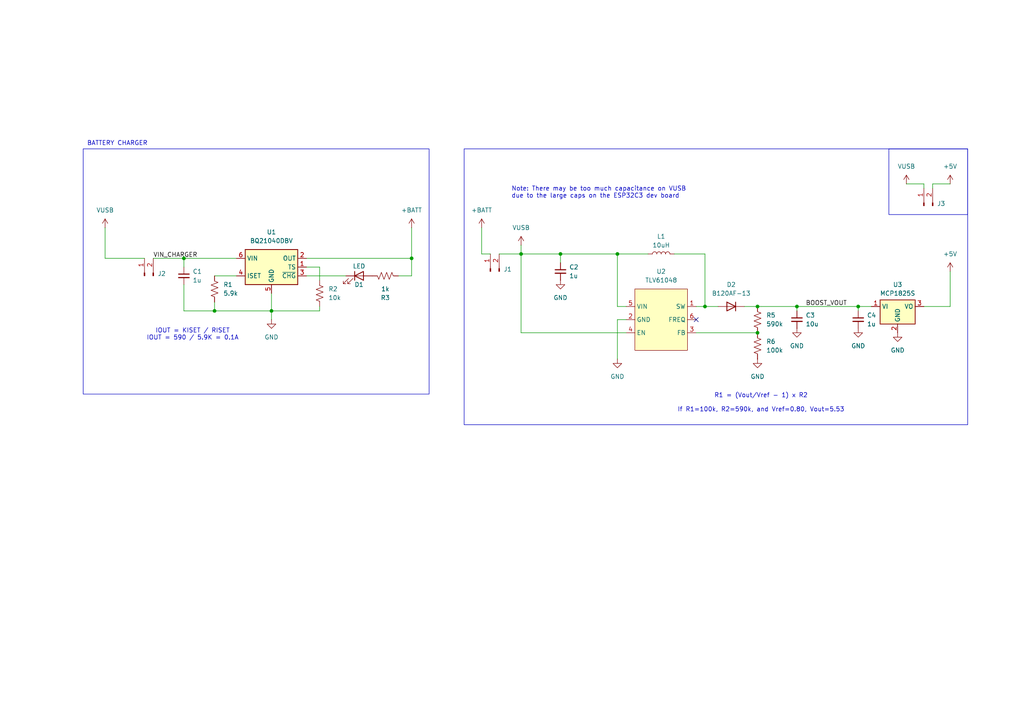
<source format=kicad_sch>
(kicad_sch (version 20250114) (generator "eeschema") (generator_version "9.0")
  (paper "A4")
  (lib_symbols
    (symbol "Battery_Management:BQ21040DBV"
      (property "Reference" "U" (at -7.62 6.35 0))
      (property "Value" "BQ21040DBV" (at 1.27 6.35 0))
      (symbol "BQ21040DBV_0_1"
        (rectangle (start -7.62 5.08) (end 7.62 -5.08) (stroke (width 0.254)) (fill (type background)))
      )
      (symbol "BQ21040DBV_1_1"
        (pin power_in line (at -10.16 2.54 0) (length 2.54) (name "VIN") (number "6"))
        (pin input line (at -10.16 -2.54 0) (length 2.54) (name "ISET") (number "4"))
        (pin power_in line (at 0 -7.62 90) (length 2.54) (name "GND") (number "5"))
        (pin power_out line (at 10.16 2.54 180) (length 2.54) (name "OUT") (number "2"))
        (pin input line (at 10.16 0 180) (length 2.54) (name "TS") (number "1"))
        (pin open_collector line (at 10.16 -2.54 180) (length 2.54) (name "~{CHG}") (number "3"))
      )
    )
    (symbol "Connector:Conn_01x02_Pin" (pin_names (offset 1.016) (hide yes))
      (property "Reference" "J" (at 0 2.54 0))
      (property "Value" "Conn_01x02_Pin" (at 0 -5.08 0))
      (symbol "Conn_01x02_Pin_1_1"
        (rectangle (start 0.8636 0.127) (end 0 -0.127) (stroke (width 0.1524)) (fill (type outline)))
        (rectangle (start 0.8636 -2.413) (end 0 -2.667) (stroke (width 0.1524)) (fill (type outline)))
        (polyline (pts (xy 1.27 0) (xy 0.8636 0)) (stroke (width 0.1524)))
        (polyline (pts (xy 1.27 -2.54) (xy 0.8636 -2.54)) (stroke (width 0.1524)))
        (pin passive line (at 5.08 0 180) (length 3.81) (name "Pin_1") (number "1"))
        (pin passive line (at 5.08 -2.54 180) (length 3.81) (name "Pin_2") (number "2"))
      )
    )
    (symbol "Device:C_Small" (pin_numbers (hide yes)) (pin_names (offset 0.254) (hide yes))
      (property "Reference" "C" (at 0.254 1.778 0))
      (property "Value" "C_Small" (at 0.254 -2.032 0))
      (symbol "C_Small_0_1"
        (polyline (pts (xy -1.524 0.508) (xy 1.524 0.508)) (stroke (width 0.3048)))
        (polyline (pts (xy -1.524 -0.508) (xy 1.524 -0.508)) (stroke (width 0.3302)))
      )
      (symbol "C_Small_1_1"
        (pin passive line (at 0 2.54 270) (length 2.032) (name "~") (number "1"))
        (pin passive line (at 0 -2.54 90) (length 2.032) (name "~") (number "2"))
      )
    )
    (symbol "Device:D" (pin_numbers (hide yes)) (pin_names (offset 1.016) (hide yes))
      (property "Reference" "D" (at 0 2.54 0))
      (property "Value" "D" (at 0 -2.54 0))
      (symbol "D_0_1"
        (polyline (pts (xy -1.27 1.27) (xy -1.27 -1.27)) (stroke (width 0.254)))
        (polyline (pts (xy 1.27 1.27) (xy 1.27 -1.27) (xy -1.27 0) (xy 1.27 1.27)) (stroke (width 0.254)))
        (polyline (pts (xy 1.27 0) (xy -1.27 0)))
      )
      (symbol "D_1_1"
        (pin passive line (at -3.81 0 0) (length 2.54) (name "K") (number "1"))
        (pin passive line (at 3.81 0 180) (length 2.54) (name "A") (number "2"))
      )
    )
    (symbol "Device:L" (pin_numbers (hide yes)) (pin_names (offset 1.016) (hide yes))
      (property "Reference" "L" (at -1.27 0 90))
      (property "Value" "L" (at 1.905 0 90))
      (symbol "L_0_1"
        (arc (start 0 2.54) (mid 0.6323 1.905) (end 0 1.27))
        (arc (start 0 1.27) (mid 0.6323 0.635) (end 0 0))
        (arc (start 0 0) (mid 0.6323 -0.635) (end 0 -1.27))
        (arc (start 0 -1.27) (mid 0.6323 -1.905) (end 0 -2.54))
      )
      (symbol "L_1_1"
        (pin passive line (at 0 3.81 270) (length 1.27) (name "1") (number "1"))
        (pin passive line (at 0 -3.81 90) (length 1.27) (name "2") (number "2"))
      )
    )
    (symbol "Device:LED" (pin_numbers (hide yes)) (pin_names (offset 1.016) (hide yes))
      (property "Reference" "D" (at 0 2.54 0))
      (property "Value" "LED" (at 0 -2.54 0))
      (symbol "LED_0_1"
        (polyline (pts (xy -3.048 -0.762) (xy -4.572 -2.286) (xy -3.81 -2.286) (xy -4.572 -2.286) (xy -4.572 -1.524)))
        (polyline (pts (xy -1.778 -0.762) (xy -3.302 -2.286) (xy -2.54 -2.286) (xy -3.302 -2.286) (xy -3.302 -1.524)))
        (polyline (pts (xy -1.27 0) (xy 1.27 0)))
        (polyline (pts (xy -1.27 -1.27) (xy -1.27 1.27)) (stroke (width 0.254)))
        (polyline (pts (xy 1.27 -1.27) (xy 1.27 1.27) (xy -1.27 0) (xy 1.27 -1.27)) (stroke (width 0.254)))
      )
      (symbol "LED_1_1"
        (pin passive line (at -3.81 0 0) (length 2.54) (name "K") (number "1"))
        (pin passive line (at 3.81 0 180) (length 2.54) (name "A") (number "2"))
      )
    )
    (symbol "Device:R_US" (pin_numbers (hide yes)) (pin_names (offset 0))
      (property "Reference" "R" (at 2.54 0 90))
      (property "Value" "R_US" (at -2.54 0 90))
      (symbol "R_US_0_1"
        (polyline (pts (xy 0 2.286) (xy 0 2.54)))
        (polyline (pts (xy 0 2.286) (xy 1.016 1.905) (xy 0 1.524) (xy -1.016 1.143) (xy 0 0.762)))
        (polyline (pts (xy 0 0.762) (xy 1.016 0.381) (xy 0 0) (xy -1.016 -0.381) (xy 0 -0.762)))
        (polyline (pts (xy 0 -0.762) (xy 1.016 -1.143) (xy 0 -1.524) (xy -1.016 -1.905) (xy 0 -2.286)))
        (polyline (pts (xy 0 -2.286) (xy 0 -2.54)))
      )
      (symbol "R_US_1_1"
        (pin passive line (at 0 3.81 270) (length 1.27) (name "~") (number "1"))
        (pin passive line (at 0 -3.81 90) (length 1.27) (name "~") (number "2"))
      )
    )
    (symbol "Regulator_Linear:MCP1825S"
      (property "Reference" "U" (at -3.81 3.175 0))
      (property "Value" "MCP1825S" (at 0 3.175 0))
      (symbol "MCP1825S_0_1"
        (rectangle (start -5.08 1.905) (end 5.08 -5.08) (stroke (width 0.254)) (fill (type background)))
      )
      (symbol "MCP1825S_1_1"
        (pin power_in line (at -7.62 0 0) (length 2.54) (name "VI") (number "1"))
        (pin power_in line (at 0 -7.62 90) (length 2.54) (name "GND") (number "2"))
        (pin power_out line (at 7.62 0 180) (length 2.54) (name "VO") (number "3"))
      )
    )
    (symbol "SmartPaper:TLV61048"
      (property "Reference" "U" (at 0 0 0))
      (property "Value" "TLV61048" (at 0 0 0))
      (symbol "TLV61048_1_1"
        (rectangle (start -7.62 8.89) (end 7.62 -8.89) (fill (type background)))
        (pin power_in line (at -10.16 3.81 0) (length 2.54) (name "VIN") (number "5"))
        (pin power_in line (at -10.16 0 0) (length 2.54) (name "GND") (number "2"))
        (pin input line (at -10.16 -3.81 0) (length 2.54) (name "EN") (number "4"))
        (pin power_out line (at 10.16 3.81 180) (length 2.54) (name "SW") (number "1"))
        (pin input line (at 10.16 0 180) (length 2.54) (name "FREQ") (number "6"))
        (pin input line (at 10.16 -3.81 180) (length 2.54) (name "FB") (number "3"))
      )
    )
    (symbol "power:+5V" (power) (pin_numbers (hide yes)) (pin_names (offset 0) (hide yes))
      (property "Value" "+5V" (at 0 3.556 0))
      (symbol "+5V_0_1"
        (polyline (pts (xy -0.762 1.27) (xy 0 2.54)))
        (polyline (pts (xy 0 2.54) (xy 0.762 1.27)))
        (polyline (pts (xy 0 0) (xy 0 2.54)))
      )
      (symbol "+5V_1_1"
        (pin power_in line (at 0 0 90) (length 0) (name "~") (number "1"))
      )
    )
    (symbol "power:+BATT" (power) (pin_numbers (hide yes)) (pin_names (offset 0) (hide yes))
      (property "Value" "+BATT" (at 0 3.556 0))
      (symbol "+BATT_0_1"
        (polyline (pts (xy -0.762 1.27) (xy 0 2.54)))
        (polyline (pts (xy 0 2.54) (xy 0.762 1.27)))
        (polyline (pts (xy 0 0) (xy 0 2.54)))
      )
      (symbol "+BATT_1_1"
        (pin power_in line (at 0 0 90) (length 0) (name "~") (number "1"))
      )
    )
    (symbol "power:GND" (power) (pin_numbers (hide yes)) (pin_names (offset 0) (hide yes))
      (property "Value" "GND" (at 0 -3.81 0))
      (symbol "GND_0_1"
        (polyline (pts (xy 0 0) (xy 0 -1.27) (xy 1.27 -1.27) (xy 0 -2.54) (xy -1.27 -1.27) (xy 0 -1.27)))
      )
      (symbol "GND_1_1"
        (pin power_in line (at 0 0 270) (length 0) (name "~") (number "1"))
      )
    )
  )
  (rectangle (start 257.81 43.18) (end 280.67 62.23))
  (rectangle (start 134.62 43.18) (end 280.67 123.19))
  (rectangle (start 24.13 43.18) (end 124.46 114.3))
  (text "BATTERY CHARGER" (at 34.036 41.656 0) (effects (font (size 1.27 1.27))))
  (text "R1 = (Vout/Vref - 1) x R2\n\nIf R1=100k, R2=590k, and Vref=0.80, Vout=5.53" (at 220.726 116.84 0) (effects (font (size 1.27 1.27))))
  (text "Note: There may be too much capacitance on VUSB \ndue to the large caps on the ESP32C3 dev board" (at 148.336 55.88 0) (effects (font (size 1.27 1.27)) (justify left)))
  (text "IOUT = KISET / RISET\nIOUT = 590 / 5.9K = 0.1A\n" (at 55.88 97.028 0) (effects (font (size 1.27 1.27))))
  (junction (at 162.56 73.66))
  (junction (at 151.13 73.66))
  (junction (at 78.74 90.17))
  (junction (at 179.07 73.66))
  (junction (at 204.47 88.9))
  (junction (at 53.34 74.93))
  (junction (at 62.23 90.17))
  (junction (at 248.92 88.9))
  (junction (at 119.38 74.93))
  (junction (at 231.14 88.9))
  (junction (at 219.71 88.9))
  (junction (at 219.71 96.52))
  (no_connect (at 201.93 92.71))
  (wire (pts (xy 204.47 88.9) (xy 208.28 88.9)))
  (wire (pts (xy 119.38 80.01) (xy 119.38 74.93)))
  (wire (pts (xy 215.9 88.9) (xy 219.71 88.9)))
  (wire (pts (xy 139.7 73.66) (xy 139.7 66.04)))
  (wire (pts (xy 181.61 88.9) (xy 179.07 88.9)))
  (wire (pts (xy 92.71 88.9) (xy 92.71 90.17)))
  (wire (pts (xy 53.34 90.17) (xy 62.23 90.17)))
  (wire (pts (xy 179.07 92.71) (xy 179.07 104.14)))
  (wire (pts (xy 162.56 73.66) (xy 162.56 76.2)))
  (wire (pts (xy 88.9 80.01) (xy 100.33 80.01)))
  (wire (pts (xy 248.92 90.17) (xy 248.92 88.9)))
  (wire (pts (xy 44.45 74.93) (xy 53.34 74.93)))
  (wire (pts (xy 204.47 73.66) (xy 204.47 88.9)))
  (wire (pts (xy 151.13 71.12) (xy 151.13 73.66)))
  (wire (pts (xy 195.58 73.66) (xy 204.47 73.66)))
  (wire (pts (xy 92.71 77.47) (xy 92.71 81.28)))
  (wire (pts (xy 275.59 78.74) (xy 275.59 88.9)))
  (wire (pts (xy 41.91 74.93) (xy 30.48 74.93)))
  (wire (pts (xy 201.93 96.52) (xy 219.71 96.52)))
  (wire (pts (xy 219.71 88.9) (xy 231.14 88.9)))
  (wire (pts (xy 62.23 87.63) (xy 62.23 90.17)))
  (wire (pts (xy 275.59 53.34) (xy 270.51 53.34)))
  (wire (pts (xy 119.38 74.93) (xy 88.9 74.93)))
  (wire (pts (xy 162.56 73.66) (xy 179.07 73.66)))
  (wire (pts (xy 248.92 88.9) (xy 252.73 88.9)))
  (wire (pts (xy 201.93 88.9) (xy 204.47 88.9)))
  (wire (pts (xy 151.13 73.66) (xy 162.56 73.66)))
  (wire (pts (xy 262.89 53.34) (xy 267.97 53.34)))
  (wire (pts (xy 181.61 92.71) (xy 179.07 92.71)))
  (wire (pts (xy 78.74 85.09) (xy 78.74 90.17)))
  (wire (pts (xy 53.34 77.47) (xy 53.34 74.93)))
  (wire (pts (xy 142.24 73.66) (xy 139.7 73.66)))
  (wire (pts (xy 53.34 82.55) (xy 53.34 90.17)))
  (wire (pts (xy 115.57 80.01) (xy 119.38 80.01)))
  (wire (pts (xy 231.14 90.17) (xy 231.14 88.9)))
  (wire (pts (xy 231.14 88.9) (xy 248.92 88.9)))
  (wire (pts (xy 151.13 96.52) (xy 181.61 96.52)))
  (wire (pts (xy 30.48 66.04) (xy 30.48 74.93)))
  (wire (pts (xy 267.97 53.34) (xy 267.97 54.61)))
  (wire (pts (xy 62.23 80.01) (xy 68.58 80.01)))
  (wire (pts (xy 270.51 53.34) (xy 270.51 54.61)))
  (wire (pts (xy 92.71 77.47) (xy 88.9 77.47)))
  (wire (pts (xy 179.07 88.9) (xy 179.07 73.66)))
  (wire (pts (xy 119.38 66.04) (xy 119.38 74.93)))
  (wire (pts (xy 92.71 90.17) (xy 78.74 90.17)))
  (wire (pts (xy 62.23 90.17) (xy 78.74 90.17)))
  (wire (pts (xy 179.07 73.66) (xy 187.96 73.66)))
  (wire (pts (xy 144.78 73.66) (xy 151.13 73.66)))
  (wire (pts (xy 275.59 88.9) (xy 267.97 88.9)))
  (wire (pts (xy 151.13 73.66) (xy 151.13 96.52)))
  (wire (pts (xy 78.74 90.17) (xy 78.74 92.71)))
  (wire (pts (xy 53.34 74.93) (xy 68.58 74.93)))
  (label "VIN_CHARGER" (at 44.45 74.93 0))
  (label "BOOST_VOUT" (at 233.68 88.9 0))
  (symbol (lib_id "power:GND") (at 162.56 81.28 0) (unit 1)
    (property "Reference" "#PWR02" (effects (hide yes)))
    (property "Value" "GND" (at 162.56 86.36 0))
    (property "Description" "Power symbol creates a global label with name \"GND\" , ground" (effects (hide yes)))
  )
  (symbol (lib_id "SmartPaper:TLV61048") (at 191.77 92.71 0) (unit 1)
    (property "Reference" "U2" (at 191.77 78.74 0))
    (property "Value" "TLV61048" (at 191.77 81.28 0))
    (property "Footprint" "Package_TO_SOT_SMD:SOT-23-6_Handsoldering" (effects (hide yes)))
    (property "Datasheet" "https://www.ti.com/lit/ds/symlink/tlv61048.pdf?HQS=dis-dk-null-digikeymode-dsf-pf-null-wwe&ts=1743281673327&ref_url=https%253A%252F%252Fwww.ti.com%252Fgeneral%252Fdocs%252Fsuppproductinfo.tsp%253FdistId%253D10%2526gotoUrl%253Dhttps%253A%252F%252Fwww.ti.com%252Flit%252Fgpn%252Ftlv61048" (effects (hide yes)))
  )
  (symbol (lib_id "Device:C_Small") (at 231.14 92.71 0) (unit 1)
    (property "Reference" "C3" (at 233.68 91.4462 0) (effects (justify left)))
    (property "Value" "10u" (at 233.68 93.9862 0) (effects (justify left)))
    (property "Footprint" "Capacitor_SMD:C_0805_2012Metric_Pad1.18x1.45mm_HandSolder" (effects (hide yes)))
    (property "Description" "Unpolarized capacitor, small symbol" (effects (hide yes)))
  )
  (symbol (lib_id "power:+BATT") (at 139.7 66.04 0) (unit 1)
    (property "Reference" "#PWR012" (effects (hide yes)))
    (property "Value" "+BATT" (at 139.7 60.96 0))
    (property "Description" "Power symbol creates a global label with name \"+BATT\"" (effects (hide yes)))
  )
  (symbol (lib_id "Connector:Conn_01x02_Pin") (at 142.24 78.74 90) (unit 1)
    (property "Reference" "J1" (at 146.05 78.1049 90) (effects (justify right)))
    (property "Value" "Conn_01x02_Pin" (effects (hide yes)))
    (property "Footprint" "Connector_PinHeader_1.00mm:PinHeader_1x02_P1.00mm_Vertical" (effects (hide yes)))
    (property "Description" "Generic connector, single row, 01x02, script generated" (effects (hide yes)))
  )
  (symbol (lib_id "Device:D") (at 212.09 88.9 0) (mirror y) (unit 1)
    (property "Reference" "D2" (at 212.09 82.55 0))
    (property "Value" "B120AF-13" (at 212.09 85.09 0))
    (property "Footprint" "Diode_SMD:D_SMA_Handsoldering" (effects (hide yes)))
    (property "Datasheet" "https://www.diodes.com/assets/Datasheets/B120AF-B140AF.pdf" (effects (hide yes)))
    (property "Description" "Diode" (effects (hide yes)))
    (property "Sim.Device" "D" (effects (hide yes)))
    (property "Sim.Pins" "1=K 2=A" (effects (hide yes)))
  )
  (symbol (lib_id "Battery_Management:BQ21040DBV") (at 78.74 77.47 0) (unit 1)
    (property "Reference" "U1" (at 78.74 67.31 0))
    (property "Value" "BQ21040DBV" (at 78.74 69.85 0))
    (property "Footprint" "Package_TO_SOT_SMD:SOT-23-6" (effects (hide yes)))
    (property "Datasheet" "https://www.ti.com/lit/ds/symlink/bq21040.pdf" (effects (hide yes)))
    (property "Description" "Single cell, 0.8A Li-Ion/Li-Po linear charge management controller, up to 30V input, 4.2V charge voltage, Open-Drain Status Output, Temperature sense input, SOT-23-6" (effects (hide yes)))
  )
  (symbol (lib_id "Device:C_Small") (at 248.92 92.71 0) (unit 1)
    (property "Reference" "C4" (at 251.46 91.4462 0) (effects (justify left)))
    (property "Value" "1u" (at 251.46 93.9862 0) (effects (justify left)))
    (property "Footprint" "Capacitor_SMD:C_0805_2012Metric_Pad1.18x1.45mm_HandSolder" (effects (hide yes)))
    (property "Description" "Unpolarized capacitor, small symbol" (effects (hide yes)))
  )
  (symbol (lib_id "Connector:Conn_01x02_Pin") (at 41.91 80.01 90) (unit 1)
    (property "Reference" "J2" (at 45.72 79.3749 90) (effects (justify right)))
    (property "Value" "Conn_01x02_Pin" (effects (hide yes)))
    (property "Footprint" "Connector_PinHeader_1.00mm:PinHeader_1x02_P1.00mm_Vertical" (effects (hide yes)))
    (property "Description" "Generic connector, single row, 01x02, script generated" (effects (hide yes)))
  )
  (symbol (lib_id "power:+BATT") (at 30.48 66.04 0) (unit 1)
    (property "Reference" "#PWR011" (effects (hide yes)))
    (property "Value" "VUSB" (at 30.48 60.96 0))
  )
  (symbol (lib_id "power:GND") (at 260.35 96.52 0) (unit 1)
    (property "Reference" "#PWR09" (effects (hide yes)))
    (property "Value" "GND" (at 260.35 101.6 0))
    (property "Description" "Power symbol creates a global label with name \"GND\" , ground" (effects (hide yes)))
  )
  (symbol (lib_id "Device:L") (at 191.77 73.66 90) (unit 1)
    (property "Reference" "L1" (at 191.77 68.58 90))
    (property "Value" "10uH" (at 191.77 71.12 90))
    (property "Footprint" "SmartPaper:SDES064T-100MS" (effects (hide yes)))
    (property "Datasheet" "https://www.digikey.com/en/products/detail/delta-electronics-cyntec/SDES064T-100MS/9761233" (effects (hide yes)))
    (property "Description" "Inductor" (effects (hide yes)))
  )
  (symbol (lib_id "power:+BATT") (at 262.89 53.34 0) (unit 1)
    (property "Reference" "#PWR013" (effects (hide yes)))
    (property "Value" "VUSB" (at 262.89 48.26 0))
  )
  (symbol (lib_id "Device:C_Small") (at 162.56 78.74 0) (unit 1)
    (property "Reference" "C2" (at 165.1 77.4762 0) (effects (justify left)))
    (property "Value" "1u" (at 165.1 80.0162 0) (effects (justify left)))
    (property "Footprint" "Capacitor_SMD:C_0805_2012Metric_Pad1.18x1.45mm_HandSolder" (effects (hide yes)))
    (property "Description" "Unpolarized capacitor, small symbol" (effects (hide yes)))
  )
  (symbol (lib_id "power:+5V") (at 275.59 78.74 0) (unit 1)
    (property "Reference" "#PWR010" (effects (hide yes)))
    (property "Value" "+5V" (at 275.59 73.66 0))
    (property "Description" "Power symbol creates a global label with name \"+5V\"" (effects (hide yes)))
  )
  (symbol (lib_id "power:+BATT") (at 151.13 71.12 0) (unit 1)
    (property "Reference" "#PWR07" (effects (hide yes)))
    (property "Value" "VUSB" (at 151.13 66.04 0))
  )
  (symbol (lib_id "Device:R_US") (at 62.23 83.82 0) (unit 1)
    (property "Reference" "R1" (at 64.77 82.5499 0) (effects (justify left)))
    (property "Value" "5.9k" (at 64.77 85.0899 0) (effects (justify left)))
    (property "Footprint" "Resistor_SMD:R_0805_2012Metric_Pad1.20x1.40mm_HandSolder" (effects (hide yes)))
    (property "Description" "Resistor, US symbol" (effects (hide yes)))
  )
  (symbol (lib_id "power:GND") (at 231.14 95.25 0) (unit 1)
    (property "Reference" "#PWR04" (effects (hide yes)))
    (property "Value" "GND" (at 231.14 100.33 0))
    (property "Description" "Power symbol creates a global label with name \"GND\" , ground" (effects (hide yes)))
  )
  (symbol (lib_id "Device:R_US") (at 219.71 92.71 0) (unit 1)
    (property "Reference" "R5" (at 222.25 91.4399 0) (effects (justify left)))
    (property "Value" "590k" (at 222.25 93.9799 0) (effects (justify left)))
    (property "Footprint" "Resistor_SMD:R_0805_2012Metric_Pad1.20x1.40mm_HandSolder" (effects (hide yes)))
    (property "Description" "Resistor, US symbol" (effects (hide yes)))
  )
  (symbol (lib_id "Connector:Conn_01x02_Pin") (at 267.97 59.69 90) (unit 1)
    (property "Reference" "J3" (at 271.78 59.0549 90) (effects (justify right)))
    (property "Value" "Conn_01x02_Pin" (effects (hide yes)))
    (property "Footprint" "Connector_PinHeader_1.00mm:PinHeader_1x02_P1.00mm_Vertical" (effects (hide yes)))
    (property "Description" "Generic connector, single row, 01x02, script generated" (effects (hide yes)))
  )
  (symbol (lib_id "Device:C_Small") (at 53.34 80.01 0) (unit 1)
    (property "Reference" "C1" (at 55.88 78.7462 0) (effects (justify left)))
    (property "Value" "1u" (at 55.88 81.2862 0) (effects (justify left)))
    (property "Footprint" "Capacitor_SMD:C_0805_2012Metric_Pad1.18x1.45mm_HandSolder" (effects (hide yes)))
    (property "Description" "Unpolarized capacitor, small symbol" (effects (hide yes)))
  )
  (symbol (lib_id "power:GND") (at 179.07 104.14 0) (unit 1)
    (property "Reference" "#PWR06" (effects (hide yes)))
    (property "Value" "GND" (at 179.07 109.22 0))
    (property "Description" "Power symbol creates a global label with name \"GND\" , ground" (effects (hide yes)))
  )
  (symbol (lib_id "Device:R_US") (at 111.76 80.01 270) (mirror x) (unit 1)
    (property "Reference" "R3" (at 111.76 86.36 90))
    (property "Value" "1k" (at 111.76 83.82 90))
    (property "Footprint" "Resistor_SMD:R_0805_2012Metric_Pad1.20x1.40mm_HandSolder" (effects (hide yes)))
    (property "Description" "Resistor, US symbol" (effects (hide yes)))
  )
  (symbol (lib_id "Device:R_US") (at 219.71 100.33 0) (unit 1)
    (property "Reference" "R6" (at 222.25 99.0599 0) (effects (justify left)))
    (property "Value" "100k" (at 222.25 101.5999 0) (effects (justify left)))
    (property "Footprint" "Resistor_SMD:R_0805_2012Metric_Pad1.20x1.40mm_HandSolder" (effects (hide yes)))
    (property "Description" "Resistor, US symbol" (effects (hide yes)))
  )
  (symbol (lib_id "power:+5V") (at 275.59 53.34 0) (unit 1)
    (property "Reference" "#PWR014" (effects (hide yes)))
    (property "Value" "+5V" (at 275.59 48.26 0))
    (property "Description" "Power symbol creates a global label with name \"+5V\"" (effects (hide yes)))
  )
  (symbol (lib_id "Regulator_Linear:MCP1825S") (at 260.35 88.9 0) (unit 1)
    (property "Reference" "U3" (at 260.35 82.55 0))
    (property "Value" "MCP1825S" (at 260.35 85.09 0))
    (property "Footprint" "Package_TO_SOT_SMD:SOT-223-3_TabPin2" (effects (hide yes)))
    (property "Datasheet" "http://ww1.microchip.com/downloads/en/devicedoc/22056b.pdf" (effects (hide yes)))
    (property "Description" "500mA, Low-Voltage, Low Quiescent Current LDO Regulator, SOT-223, TO-220, TO-263" (effects (hide yes)))
  )
  (symbol (lib_id "power:GND") (at 219.71 104.14 0) (unit 1)
    (property "Reference" "#PWR01" (effects (hide yes)))
    (property "Value" "GND" (at 219.71 109.22 0))
    (property "Description" "Power symbol creates a global label with name \"GND\" , ground" (effects (hide yes)))
  )
  (symbol (lib_id "power:+BATT") (at 119.38 66.04 0) (unit 1)
    (property "Reference" "#PWR05" (effects (hide yes)))
    (property "Value" "+BATT" (at 119.38 60.96 0))
    (property "Description" "Power symbol creates a global label with name \"+BATT\"" (effects (hide yes)))
  )
  (symbol (lib_id "Device:R_US") (at 92.71 85.09 0) (unit 1)
    (property "Reference" "R2" (at 95.25 83.8199 0) (effects (justify left)))
    (property "Value" "10k" (at 95.25 86.3599 0) (effects (justify left)))
    (property "Footprint" "Resistor_SMD:R_0805_2012Metric_Pad1.20x1.40mm_HandSolder" (effects (hide yes)))
    (property "Description" "Resistor, US symbol" (effects (hide yes)))
  )
  (symbol (lib_id "Device:LED") (at 104.14 80.01 0) (unit 1)
    (property "Reference" "D1" (at 104.14 82.55 0))
    (property "Value" "LED" (at 104.14 77.216 0))
    (property "Footprint" "LED_SMD:LED_0805_2012Metric_Pad1.15x1.40mm_HandSolder" (effects (hide yes)))
    (property "Description" "Light emitting diode" (effects (hide yes)))
  )
  (symbol (lib_id "power:GND") (at 248.92 95.25 0) (unit 1)
    (property "Reference" "#PWR08" (effects (hide yes)))
    (property "Value" "GND" (at 248.92 100.33 0))
    (property "Description" "Power symbol creates a global label with name \"GND\" , ground" (effects (hide yes)))
  )
  (symbol (lib_id "power:GND") (at 78.74 92.71 0) (unit 1)
    (property "Reference" "#PWR03" (effects (hide yes)))
    (property "Value" "GND" (at 78.74 97.79 0))
    (property "Description" "Power symbol creates a global label with name \"GND\" , ground" (effects (hide yes)))
  )
)
</source>
